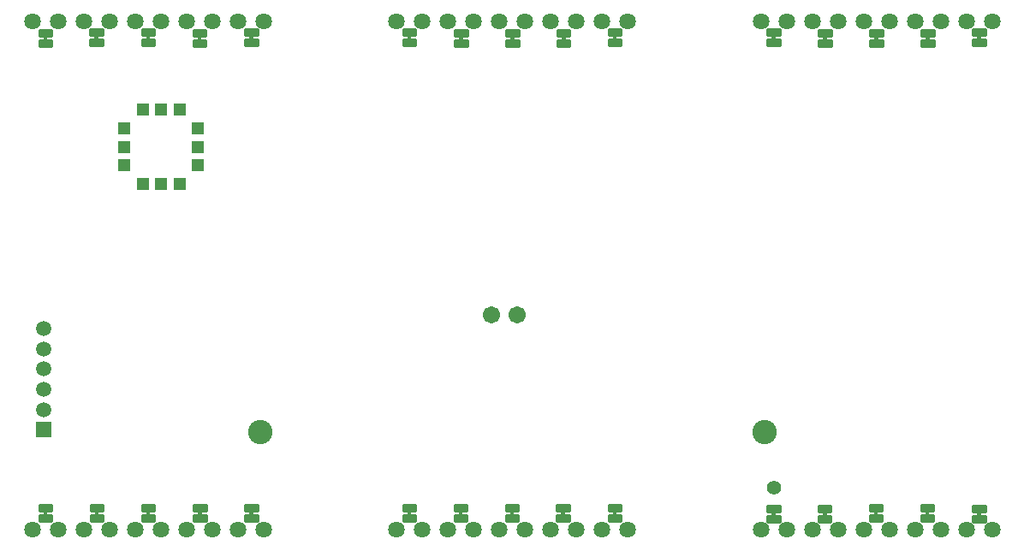
<source format=gbr>
G04 EAGLE Gerber RS-274X export*
G75*
%MOMM*%
%FSLAX34Y34*%
%LPD*%
%INSoldermask Bottom*%
%IPPOS*%
%AMOC8*
5,1,8,0,0,1.08239X$1,22.5*%
G01*
%ADD10C,2.408200*%
%ADD11C,1.393200*%
%ADD12C,1.511200*%
%ADD13R,1.511200X1.511200*%
%ADD14C,1.703200*%
%ADD15R,1.311200X1.311200*%
%ADD16C,1.629600*%
%ADD17C,0.251459*%

G36*
X141085Y507972D02*
X141085Y507972D01*
X141151Y507974D01*
X141194Y507992D01*
X141241Y508000D01*
X141298Y508034D01*
X141358Y508059D01*
X141393Y508090D01*
X141434Y508115D01*
X141476Y508166D01*
X141524Y508210D01*
X141546Y508252D01*
X141575Y508289D01*
X141596Y508351D01*
X141627Y508410D01*
X141635Y508464D01*
X141647Y508501D01*
X141646Y508541D01*
X141654Y508595D01*
X141654Y512405D01*
X141643Y512470D01*
X141641Y512536D01*
X141623Y512579D01*
X141615Y512626D01*
X141581Y512683D01*
X141556Y512743D01*
X141525Y512778D01*
X141500Y512819D01*
X141449Y512861D01*
X141405Y512909D01*
X141363Y512931D01*
X141326Y512960D01*
X141264Y512981D01*
X141205Y513012D01*
X141151Y513020D01*
X141114Y513032D01*
X141074Y513031D01*
X141020Y513039D01*
X138480Y513039D01*
X138415Y513028D01*
X138349Y513026D01*
X138306Y513008D01*
X138259Y513000D01*
X138202Y512966D01*
X138142Y512941D01*
X138107Y512910D01*
X138066Y512885D01*
X138025Y512834D01*
X137976Y512790D01*
X137954Y512748D01*
X137925Y512711D01*
X137904Y512649D01*
X137873Y512590D01*
X137865Y512536D01*
X137853Y512499D01*
X137853Y512495D01*
X137853Y512494D01*
X137854Y512459D01*
X137846Y512405D01*
X137846Y508595D01*
X137857Y508530D01*
X137859Y508464D01*
X137877Y508421D01*
X137885Y508374D01*
X137919Y508317D01*
X137944Y508257D01*
X137975Y508222D01*
X138000Y508181D01*
X138051Y508140D01*
X138095Y508091D01*
X138137Y508069D01*
X138174Y508040D01*
X138236Y508019D01*
X138295Y507988D01*
X138349Y507980D01*
X138386Y507968D01*
X138426Y507969D01*
X138480Y507961D01*
X141020Y507961D01*
X141085Y507972D01*
G37*
G36*
X243085Y507972D02*
X243085Y507972D01*
X243151Y507974D01*
X243194Y507992D01*
X243241Y508000D01*
X243298Y508034D01*
X243358Y508059D01*
X243393Y508090D01*
X243434Y508115D01*
X243476Y508166D01*
X243524Y508210D01*
X243546Y508252D01*
X243575Y508289D01*
X243596Y508351D01*
X243627Y508410D01*
X243635Y508464D01*
X243647Y508501D01*
X243646Y508541D01*
X243654Y508595D01*
X243654Y512405D01*
X243643Y512470D01*
X243641Y512536D01*
X243623Y512579D01*
X243615Y512626D01*
X243581Y512683D01*
X243556Y512743D01*
X243525Y512778D01*
X243500Y512819D01*
X243449Y512861D01*
X243405Y512909D01*
X243363Y512931D01*
X243326Y512960D01*
X243264Y512981D01*
X243205Y513012D01*
X243151Y513020D01*
X243114Y513032D01*
X243074Y513031D01*
X243020Y513039D01*
X240480Y513039D01*
X240415Y513028D01*
X240349Y513026D01*
X240306Y513008D01*
X240259Y513000D01*
X240202Y512966D01*
X240142Y512941D01*
X240107Y512910D01*
X240066Y512885D01*
X240025Y512834D01*
X239976Y512790D01*
X239954Y512748D01*
X239925Y512711D01*
X239904Y512649D01*
X239873Y512590D01*
X239865Y512536D01*
X239853Y512499D01*
X239853Y512495D01*
X239853Y512494D01*
X239854Y512459D01*
X239846Y512405D01*
X239846Y508595D01*
X239857Y508530D01*
X239859Y508464D01*
X239877Y508421D01*
X239885Y508374D01*
X239919Y508317D01*
X239944Y508257D01*
X239975Y508222D01*
X240000Y508181D01*
X240051Y508140D01*
X240095Y508091D01*
X240137Y508069D01*
X240174Y508040D01*
X240236Y508019D01*
X240295Y507988D01*
X240349Y507980D01*
X240386Y507968D01*
X240426Y507969D01*
X240480Y507961D01*
X243020Y507961D01*
X243085Y507972D01*
G37*
G36*
X602835Y507972D02*
X602835Y507972D01*
X602901Y507974D01*
X602944Y507992D01*
X602991Y508000D01*
X603048Y508034D01*
X603108Y508059D01*
X603143Y508090D01*
X603184Y508115D01*
X603226Y508166D01*
X603274Y508210D01*
X603296Y508252D01*
X603325Y508289D01*
X603346Y508351D01*
X603377Y508410D01*
X603385Y508464D01*
X603397Y508501D01*
X603396Y508541D01*
X603404Y508595D01*
X603404Y512405D01*
X603393Y512470D01*
X603391Y512536D01*
X603373Y512579D01*
X603365Y512626D01*
X603331Y512683D01*
X603306Y512743D01*
X603275Y512778D01*
X603250Y512819D01*
X603199Y512861D01*
X603155Y512909D01*
X603113Y512931D01*
X603076Y512960D01*
X603014Y512981D01*
X602955Y513012D01*
X602901Y513020D01*
X602864Y513032D01*
X602824Y513031D01*
X602770Y513039D01*
X600230Y513039D01*
X600165Y513028D01*
X600099Y513026D01*
X600056Y513008D01*
X600009Y513000D01*
X599952Y512966D01*
X599892Y512941D01*
X599857Y512910D01*
X599816Y512885D01*
X599775Y512834D01*
X599726Y512790D01*
X599704Y512748D01*
X599675Y512711D01*
X599654Y512649D01*
X599623Y512590D01*
X599615Y512536D01*
X599603Y512499D01*
X599603Y512495D01*
X599603Y512494D01*
X599604Y512459D01*
X599596Y512405D01*
X599596Y508595D01*
X599607Y508530D01*
X599609Y508464D01*
X599627Y508421D01*
X599635Y508374D01*
X599669Y508317D01*
X599694Y508257D01*
X599725Y508222D01*
X599750Y508181D01*
X599801Y508140D01*
X599845Y508091D01*
X599887Y508069D01*
X599924Y508040D01*
X599986Y508019D01*
X600045Y507988D01*
X600099Y507980D01*
X600136Y507968D01*
X600176Y507969D01*
X600230Y507961D01*
X602770Y507961D01*
X602835Y507972D01*
G37*
G36*
X90085Y507972D02*
X90085Y507972D01*
X90151Y507974D01*
X90194Y507992D01*
X90241Y508000D01*
X90298Y508034D01*
X90358Y508059D01*
X90393Y508090D01*
X90434Y508115D01*
X90476Y508166D01*
X90524Y508210D01*
X90546Y508252D01*
X90575Y508289D01*
X90596Y508351D01*
X90627Y508410D01*
X90635Y508464D01*
X90647Y508501D01*
X90646Y508541D01*
X90654Y508595D01*
X90654Y512405D01*
X90643Y512470D01*
X90641Y512536D01*
X90623Y512579D01*
X90615Y512626D01*
X90581Y512683D01*
X90556Y512743D01*
X90525Y512778D01*
X90500Y512819D01*
X90449Y512861D01*
X90405Y512909D01*
X90363Y512931D01*
X90326Y512960D01*
X90264Y512981D01*
X90205Y513012D01*
X90151Y513020D01*
X90114Y513032D01*
X90074Y513031D01*
X90020Y513039D01*
X87480Y513039D01*
X87415Y513028D01*
X87349Y513026D01*
X87306Y513008D01*
X87259Y513000D01*
X87202Y512966D01*
X87142Y512941D01*
X87107Y512910D01*
X87066Y512885D01*
X87025Y512834D01*
X86976Y512790D01*
X86954Y512748D01*
X86925Y512711D01*
X86904Y512649D01*
X86873Y512590D01*
X86865Y512536D01*
X86853Y512499D01*
X86853Y512495D01*
X86853Y512494D01*
X86854Y512459D01*
X86846Y512405D01*
X86846Y508595D01*
X86857Y508530D01*
X86859Y508464D01*
X86877Y508421D01*
X86885Y508374D01*
X86919Y508317D01*
X86944Y508257D01*
X86975Y508222D01*
X87000Y508181D01*
X87051Y508140D01*
X87095Y508091D01*
X87137Y508069D01*
X87174Y508040D01*
X87236Y508019D01*
X87295Y507988D01*
X87349Y507980D01*
X87386Y507968D01*
X87426Y507969D01*
X87480Y507961D01*
X90020Y507961D01*
X90085Y507972D01*
G37*
G36*
X399585Y507972D02*
X399585Y507972D01*
X399651Y507974D01*
X399694Y507992D01*
X399741Y508000D01*
X399798Y508034D01*
X399858Y508059D01*
X399893Y508090D01*
X399934Y508115D01*
X399976Y508166D01*
X400024Y508210D01*
X400046Y508252D01*
X400075Y508289D01*
X400096Y508351D01*
X400127Y508410D01*
X400135Y508464D01*
X400147Y508501D01*
X400146Y508541D01*
X400154Y508595D01*
X400154Y512405D01*
X400143Y512470D01*
X400141Y512536D01*
X400123Y512579D01*
X400115Y512626D01*
X400081Y512683D01*
X400056Y512743D01*
X400025Y512778D01*
X400000Y512819D01*
X399949Y512861D01*
X399905Y512909D01*
X399863Y512931D01*
X399826Y512960D01*
X399764Y512981D01*
X399705Y513012D01*
X399651Y513020D01*
X399614Y513032D01*
X399574Y513031D01*
X399520Y513039D01*
X396980Y513039D01*
X396915Y513028D01*
X396849Y513026D01*
X396806Y513008D01*
X396759Y513000D01*
X396702Y512966D01*
X396642Y512941D01*
X396607Y512910D01*
X396566Y512885D01*
X396525Y512834D01*
X396476Y512790D01*
X396454Y512748D01*
X396425Y512711D01*
X396404Y512649D01*
X396373Y512590D01*
X396365Y512536D01*
X396353Y512499D01*
X396353Y512495D01*
X396353Y512494D01*
X396354Y512459D01*
X396346Y512405D01*
X396346Y508595D01*
X396357Y508530D01*
X396359Y508464D01*
X396377Y508421D01*
X396385Y508374D01*
X396419Y508317D01*
X396444Y508257D01*
X396475Y508222D01*
X396500Y508181D01*
X396551Y508140D01*
X396595Y508091D01*
X396637Y508069D01*
X396674Y508040D01*
X396736Y508019D01*
X396795Y507988D01*
X396849Y507980D01*
X396886Y507968D01*
X396926Y507969D01*
X396980Y507961D01*
X399520Y507961D01*
X399585Y507972D01*
G37*
G36*
X963085Y507972D02*
X963085Y507972D01*
X963151Y507974D01*
X963194Y507992D01*
X963241Y508000D01*
X963298Y508034D01*
X963358Y508059D01*
X963393Y508090D01*
X963434Y508115D01*
X963476Y508166D01*
X963524Y508210D01*
X963546Y508252D01*
X963575Y508289D01*
X963596Y508351D01*
X963627Y508410D01*
X963635Y508464D01*
X963647Y508501D01*
X963646Y508541D01*
X963654Y508595D01*
X963654Y512405D01*
X963643Y512470D01*
X963641Y512536D01*
X963623Y512579D01*
X963615Y512626D01*
X963581Y512683D01*
X963556Y512743D01*
X963525Y512778D01*
X963500Y512819D01*
X963449Y512861D01*
X963405Y512909D01*
X963363Y512931D01*
X963326Y512960D01*
X963264Y512981D01*
X963205Y513012D01*
X963151Y513020D01*
X963114Y513032D01*
X963074Y513031D01*
X963020Y513039D01*
X960480Y513039D01*
X960415Y513028D01*
X960349Y513026D01*
X960306Y513008D01*
X960259Y513000D01*
X960202Y512966D01*
X960142Y512941D01*
X960107Y512910D01*
X960066Y512885D01*
X960025Y512834D01*
X959976Y512790D01*
X959954Y512748D01*
X959925Y512711D01*
X959904Y512649D01*
X959873Y512590D01*
X959865Y512536D01*
X959853Y512499D01*
X959853Y512495D01*
X959853Y512494D01*
X959854Y512459D01*
X959846Y512405D01*
X959846Y508595D01*
X959857Y508530D01*
X959859Y508464D01*
X959877Y508421D01*
X959885Y508374D01*
X959919Y508317D01*
X959944Y508257D01*
X959975Y508222D01*
X960000Y508181D01*
X960051Y508140D01*
X960095Y508091D01*
X960137Y508069D01*
X960174Y508040D01*
X960236Y508019D01*
X960295Y507988D01*
X960349Y507980D01*
X960386Y507968D01*
X960426Y507969D01*
X960480Y507961D01*
X963020Y507961D01*
X963085Y507972D01*
G37*
G36*
X759835Y507972D02*
X759835Y507972D01*
X759901Y507974D01*
X759944Y507992D01*
X759991Y508000D01*
X760048Y508034D01*
X760108Y508059D01*
X760143Y508090D01*
X760184Y508115D01*
X760226Y508166D01*
X760274Y508210D01*
X760296Y508252D01*
X760325Y508289D01*
X760346Y508351D01*
X760377Y508410D01*
X760385Y508464D01*
X760397Y508501D01*
X760396Y508541D01*
X760404Y508595D01*
X760404Y512405D01*
X760393Y512470D01*
X760391Y512536D01*
X760373Y512579D01*
X760365Y512626D01*
X760331Y512683D01*
X760306Y512743D01*
X760275Y512778D01*
X760250Y512819D01*
X760199Y512861D01*
X760155Y512909D01*
X760113Y512931D01*
X760076Y512960D01*
X760014Y512981D01*
X759955Y513012D01*
X759901Y513020D01*
X759864Y513032D01*
X759824Y513031D01*
X759770Y513039D01*
X757230Y513039D01*
X757165Y513028D01*
X757099Y513026D01*
X757056Y513008D01*
X757009Y513000D01*
X756952Y512966D01*
X756892Y512941D01*
X756857Y512910D01*
X756816Y512885D01*
X756775Y512834D01*
X756726Y512790D01*
X756704Y512748D01*
X756675Y512711D01*
X756654Y512649D01*
X756623Y512590D01*
X756615Y512536D01*
X756603Y512499D01*
X756603Y512495D01*
X756603Y512494D01*
X756604Y512459D01*
X756596Y512405D01*
X756596Y508595D01*
X756607Y508530D01*
X756609Y508464D01*
X756627Y508421D01*
X756635Y508374D01*
X756669Y508317D01*
X756694Y508257D01*
X756725Y508222D01*
X756750Y508181D01*
X756801Y508140D01*
X756845Y508091D01*
X756887Y508069D01*
X756924Y508040D01*
X756986Y508019D01*
X757045Y507988D01*
X757099Y507980D01*
X757136Y507968D01*
X757176Y507969D01*
X757230Y507961D01*
X759770Y507961D01*
X759835Y507972D01*
G37*
G36*
X912085Y507722D02*
X912085Y507722D01*
X912151Y507724D01*
X912194Y507742D01*
X912241Y507750D01*
X912298Y507784D01*
X912358Y507809D01*
X912393Y507840D01*
X912434Y507865D01*
X912476Y507916D01*
X912524Y507960D01*
X912546Y508002D01*
X912575Y508039D01*
X912596Y508101D01*
X912627Y508160D01*
X912635Y508214D01*
X912647Y508251D01*
X912646Y508291D01*
X912654Y508345D01*
X912654Y512155D01*
X912643Y512220D01*
X912641Y512286D01*
X912623Y512329D01*
X912615Y512376D01*
X912581Y512433D01*
X912556Y512493D01*
X912525Y512528D01*
X912500Y512569D01*
X912449Y512611D01*
X912405Y512659D01*
X912363Y512681D01*
X912326Y512710D01*
X912264Y512731D01*
X912205Y512762D01*
X912151Y512770D01*
X912114Y512782D01*
X912074Y512781D01*
X912020Y512789D01*
X909480Y512789D01*
X909415Y512778D01*
X909349Y512776D01*
X909306Y512758D01*
X909259Y512750D01*
X909202Y512716D01*
X909142Y512691D01*
X909107Y512660D01*
X909066Y512635D01*
X909025Y512584D01*
X908976Y512540D01*
X908954Y512498D01*
X908925Y512461D01*
X908904Y512399D01*
X908873Y512340D01*
X908865Y512286D01*
X908853Y512249D01*
X908853Y512245D01*
X908853Y512244D01*
X908854Y512209D01*
X908846Y512155D01*
X908846Y508345D01*
X908857Y508280D01*
X908859Y508214D01*
X908877Y508171D01*
X908885Y508124D01*
X908919Y508067D01*
X908944Y508007D01*
X908975Y507972D01*
X909000Y507931D01*
X909051Y507890D01*
X909095Y507841D01*
X909137Y507819D01*
X909174Y507790D01*
X909236Y507769D01*
X909295Y507738D01*
X909349Y507730D01*
X909386Y507718D01*
X909426Y507719D01*
X909480Y507711D01*
X912020Y507711D01*
X912085Y507722D01*
G37*
G36*
X192085Y507722D02*
X192085Y507722D01*
X192151Y507724D01*
X192194Y507742D01*
X192241Y507750D01*
X192298Y507784D01*
X192358Y507809D01*
X192393Y507840D01*
X192434Y507865D01*
X192476Y507916D01*
X192524Y507960D01*
X192546Y508002D01*
X192575Y508039D01*
X192596Y508101D01*
X192627Y508160D01*
X192635Y508214D01*
X192647Y508251D01*
X192646Y508291D01*
X192654Y508345D01*
X192654Y512155D01*
X192643Y512220D01*
X192641Y512286D01*
X192623Y512329D01*
X192615Y512376D01*
X192581Y512433D01*
X192556Y512493D01*
X192525Y512528D01*
X192500Y512569D01*
X192449Y512611D01*
X192405Y512659D01*
X192363Y512681D01*
X192326Y512710D01*
X192264Y512731D01*
X192205Y512762D01*
X192151Y512770D01*
X192114Y512782D01*
X192074Y512781D01*
X192020Y512789D01*
X189480Y512789D01*
X189415Y512778D01*
X189349Y512776D01*
X189306Y512758D01*
X189259Y512750D01*
X189202Y512716D01*
X189142Y512691D01*
X189107Y512660D01*
X189066Y512635D01*
X189025Y512584D01*
X188976Y512540D01*
X188954Y512498D01*
X188925Y512461D01*
X188904Y512399D01*
X188873Y512340D01*
X188865Y512286D01*
X188853Y512249D01*
X188853Y512245D01*
X188853Y512244D01*
X188854Y512209D01*
X188846Y512155D01*
X188846Y508345D01*
X188857Y508280D01*
X188859Y508214D01*
X188877Y508171D01*
X188885Y508124D01*
X188919Y508067D01*
X188944Y508007D01*
X188975Y507972D01*
X189000Y507931D01*
X189051Y507890D01*
X189095Y507841D01*
X189137Y507819D01*
X189174Y507790D01*
X189236Y507769D01*
X189295Y507738D01*
X189349Y507730D01*
X189386Y507718D01*
X189426Y507719D01*
X189480Y507711D01*
X192020Y507711D01*
X192085Y507722D01*
G37*
G36*
X39585Y507722D02*
X39585Y507722D01*
X39651Y507724D01*
X39694Y507742D01*
X39741Y507750D01*
X39798Y507784D01*
X39858Y507809D01*
X39893Y507840D01*
X39934Y507865D01*
X39976Y507916D01*
X40024Y507960D01*
X40046Y508002D01*
X40075Y508039D01*
X40096Y508101D01*
X40127Y508160D01*
X40135Y508214D01*
X40147Y508251D01*
X40146Y508291D01*
X40154Y508345D01*
X40154Y512155D01*
X40143Y512220D01*
X40141Y512286D01*
X40123Y512329D01*
X40115Y512376D01*
X40081Y512433D01*
X40056Y512493D01*
X40025Y512528D01*
X40000Y512569D01*
X39949Y512611D01*
X39905Y512659D01*
X39863Y512681D01*
X39826Y512710D01*
X39764Y512731D01*
X39705Y512762D01*
X39651Y512770D01*
X39614Y512782D01*
X39574Y512781D01*
X39520Y512789D01*
X36980Y512789D01*
X36915Y512778D01*
X36849Y512776D01*
X36806Y512758D01*
X36759Y512750D01*
X36702Y512716D01*
X36642Y512691D01*
X36607Y512660D01*
X36566Y512635D01*
X36525Y512584D01*
X36476Y512540D01*
X36454Y512498D01*
X36425Y512461D01*
X36404Y512399D01*
X36373Y512340D01*
X36365Y512286D01*
X36353Y512249D01*
X36353Y512245D01*
X36353Y512244D01*
X36354Y512209D01*
X36346Y512155D01*
X36346Y508345D01*
X36357Y508280D01*
X36359Y508214D01*
X36377Y508171D01*
X36385Y508124D01*
X36419Y508067D01*
X36444Y508007D01*
X36475Y507972D01*
X36500Y507931D01*
X36551Y507890D01*
X36595Y507841D01*
X36637Y507819D01*
X36674Y507790D01*
X36736Y507769D01*
X36795Y507738D01*
X36849Y507730D01*
X36886Y507718D01*
X36926Y507719D01*
X36980Y507711D01*
X39520Y507711D01*
X39585Y507722D01*
G37*
G36*
X861335Y507722D02*
X861335Y507722D01*
X861401Y507724D01*
X861444Y507742D01*
X861491Y507750D01*
X861548Y507784D01*
X861608Y507809D01*
X861643Y507840D01*
X861684Y507865D01*
X861726Y507916D01*
X861774Y507960D01*
X861796Y508002D01*
X861825Y508039D01*
X861846Y508101D01*
X861877Y508160D01*
X861885Y508214D01*
X861897Y508251D01*
X861896Y508291D01*
X861904Y508345D01*
X861904Y512155D01*
X861893Y512220D01*
X861891Y512286D01*
X861873Y512329D01*
X861865Y512376D01*
X861831Y512433D01*
X861806Y512493D01*
X861775Y512528D01*
X861750Y512569D01*
X861699Y512611D01*
X861655Y512659D01*
X861613Y512681D01*
X861576Y512710D01*
X861514Y512731D01*
X861455Y512762D01*
X861401Y512770D01*
X861364Y512782D01*
X861324Y512781D01*
X861270Y512789D01*
X858730Y512789D01*
X858665Y512778D01*
X858599Y512776D01*
X858556Y512758D01*
X858509Y512750D01*
X858452Y512716D01*
X858392Y512691D01*
X858357Y512660D01*
X858316Y512635D01*
X858275Y512584D01*
X858226Y512540D01*
X858204Y512498D01*
X858175Y512461D01*
X858154Y512399D01*
X858123Y512340D01*
X858115Y512286D01*
X858103Y512249D01*
X858103Y512245D01*
X858103Y512244D01*
X858104Y512209D01*
X858096Y512155D01*
X858096Y508345D01*
X858107Y508280D01*
X858109Y508214D01*
X858127Y508171D01*
X858135Y508124D01*
X858169Y508067D01*
X858194Y508007D01*
X858225Y507972D01*
X858250Y507931D01*
X858301Y507890D01*
X858345Y507841D01*
X858387Y507819D01*
X858424Y507790D01*
X858486Y507769D01*
X858545Y507738D01*
X858599Y507730D01*
X858636Y507718D01*
X858676Y507719D01*
X858730Y507711D01*
X861270Y507711D01*
X861335Y507722D01*
G37*
G36*
X552085Y507722D02*
X552085Y507722D01*
X552151Y507724D01*
X552194Y507742D01*
X552241Y507750D01*
X552298Y507784D01*
X552358Y507809D01*
X552393Y507840D01*
X552434Y507865D01*
X552476Y507916D01*
X552524Y507960D01*
X552546Y508002D01*
X552575Y508039D01*
X552596Y508101D01*
X552627Y508160D01*
X552635Y508214D01*
X552647Y508251D01*
X552646Y508291D01*
X552654Y508345D01*
X552654Y512155D01*
X552643Y512220D01*
X552641Y512286D01*
X552623Y512329D01*
X552615Y512376D01*
X552581Y512433D01*
X552556Y512493D01*
X552525Y512528D01*
X552500Y512569D01*
X552449Y512611D01*
X552405Y512659D01*
X552363Y512681D01*
X552326Y512710D01*
X552264Y512731D01*
X552205Y512762D01*
X552151Y512770D01*
X552114Y512782D01*
X552074Y512781D01*
X552020Y512789D01*
X549480Y512789D01*
X549415Y512778D01*
X549349Y512776D01*
X549306Y512758D01*
X549259Y512750D01*
X549202Y512716D01*
X549142Y512691D01*
X549107Y512660D01*
X549066Y512635D01*
X549025Y512584D01*
X548976Y512540D01*
X548954Y512498D01*
X548925Y512461D01*
X548904Y512399D01*
X548873Y512340D01*
X548865Y512286D01*
X548853Y512249D01*
X548853Y512245D01*
X548853Y512244D01*
X548854Y512209D01*
X548846Y512155D01*
X548846Y508345D01*
X548857Y508280D01*
X548859Y508214D01*
X548877Y508171D01*
X548885Y508124D01*
X548919Y508067D01*
X548944Y508007D01*
X548975Y507972D01*
X549000Y507931D01*
X549051Y507890D01*
X549095Y507841D01*
X549137Y507819D01*
X549174Y507790D01*
X549236Y507769D01*
X549295Y507738D01*
X549349Y507730D01*
X549386Y507718D01*
X549426Y507719D01*
X549480Y507711D01*
X552020Y507711D01*
X552085Y507722D01*
G37*
G36*
X810585Y507722D02*
X810585Y507722D01*
X810651Y507724D01*
X810694Y507742D01*
X810741Y507750D01*
X810798Y507784D01*
X810858Y507809D01*
X810893Y507840D01*
X810934Y507865D01*
X810976Y507916D01*
X811024Y507960D01*
X811046Y508002D01*
X811075Y508039D01*
X811096Y508101D01*
X811127Y508160D01*
X811135Y508214D01*
X811147Y508251D01*
X811146Y508291D01*
X811154Y508345D01*
X811154Y512155D01*
X811143Y512220D01*
X811141Y512286D01*
X811123Y512329D01*
X811115Y512376D01*
X811081Y512433D01*
X811056Y512493D01*
X811025Y512528D01*
X811000Y512569D01*
X810949Y512611D01*
X810905Y512659D01*
X810863Y512681D01*
X810826Y512710D01*
X810764Y512731D01*
X810705Y512762D01*
X810651Y512770D01*
X810614Y512782D01*
X810574Y512781D01*
X810520Y512789D01*
X807980Y512789D01*
X807915Y512778D01*
X807849Y512776D01*
X807806Y512758D01*
X807759Y512750D01*
X807702Y512716D01*
X807642Y512691D01*
X807607Y512660D01*
X807566Y512635D01*
X807525Y512584D01*
X807476Y512540D01*
X807454Y512498D01*
X807425Y512461D01*
X807404Y512399D01*
X807373Y512340D01*
X807365Y512286D01*
X807353Y512249D01*
X807353Y512245D01*
X807353Y512244D01*
X807354Y512209D01*
X807346Y512155D01*
X807346Y508345D01*
X807357Y508280D01*
X807359Y508214D01*
X807377Y508171D01*
X807385Y508124D01*
X807419Y508067D01*
X807444Y508007D01*
X807475Y507972D01*
X807500Y507931D01*
X807551Y507890D01*
X807595Y507841D01*
X807637Y507819D01*
X807674Y507790D01*
X807736Y507769D01*
X807795Y507738D01*
X807849Y507730D01*
X807886Y507718D01*
X807926Y507719D01*
X807980Y507711D01*
X810520Y507711D01*
X810585Y507722D01*
G37*
G36*
X450585Y507722D02*
X450585Y507722D01*
X450651Y507724D01*
X450694Y507742D01*
X450741Y507750D01*
X450798Y507784D01*
X450858Y507809D01*
X450893Y507840D01*
X450934Y507865D01*
X450976Y507916D01*
X451024Y507960D01*
X451046Y508002D01*
X451075Y508039D01*
X451096Y508101D01*
X451127Y508160D01*
X451135Y508214D01*
X451147Y508251D01*
X451146Y508291D01*
X451154Y508345D01*
X451154Y512155D01*
X451143Y512220D01*
X451141Y512286D01*
X451123Y512329D01*
X451115Y512376D01*
X451081Y512433D01*
X451056Y512493D01*
X451025Y512528D01*
X451000Y512569D01*
X450949Y512611D01*
X450905Y512659D01*
X450863Y512681D01*
X450826Y512710D01*
X450764Y512731D01*
X450705Y512762D01*
X450651Y512770D01*
X450614Y512782D01*
X450574Y512781D01*
X450520Y512789D01*
X447980Y512789D01*
X447915Y512778D01*
X447849Y512776D01*
X447806Y512758D01*
X447759Y512750D01*
X447702Y512716D01*
X447642Y512691D01*
X447607Y512660D01*
X447566Y512635D01*
X447525Y512584D01*
X447476Y512540D01*
X447454Y512498D01*
X447425Y512461D01*
X447404Y512399D01*
X447373Y512340D01*
X447365Y512286D01*
X447353Y512249D01*
X447353Y512245D01*
X447353Y512244D01*
X447354Y512209D01*
X447346Y512155D01*
X447346Y508345D01*
X447357Y508280D01*
X447359Y508214D01*
X447377Y508171D01*
X447385Y508124D01*
X447419Y508067D01*
X447444Y508007D01*
X447475Y507972D01*
X447500Y507931D01*
X447551Y507890D01*
X447595Y507841D01*
X447637Y507819D01*
X447674Y507790D01*
X447736Y507769D01*
X447795Y507738D01*
X447849Y507730D01*
X447886Y507718D01*
X447926Y507719D01*
X447980Y507711D01*
X450520Y507711D01*
X450585Y507722D01*
G37*
G36*
X501335Y507472D02*
X501335Y507472D01*
X501401Y507474D01*
X501444Y507492D01*
X501491Y507500D01*
X501548Y507534D01*
X501608Y507559D01*
X501643Y507590D01*
X501684Y507615D01*
X501726Y507666D01*
X501774Y507710D01*
X501796Y507752D01*
X501825Y507789D01*
X501846Y507851D01*
X501877Y507910D01*
X501885Y507964D01*
X501897Y508001D01*
X501896Y508041D01*
X501904Y508095D01*
X501904Y511905D01*
X501893Y511970D01*
X501891Y512036D01*
X501873Y512079D01*
X501865Y512126D01*
X501831Y512183D01*
X501806Y512243D01*
X501775Y512278D01*
X501750Y512319D01*
X501699Y512361D01*
X501655Y512409D01*
X501613Y512431D01*
X501576Y512460D01*
X501514Y512481D01*
X501455Y512512D01*
X501401Y512520D01*
X501364Y512532D01*
X501324Y512531D01*
X501270Y512539D01*
X498730Y512539D01*
X498665Y512528D01*
X498599Y512526D01*
X498556Y512508D01*
X498509Y512500D01*
X498452Y512466D01*
X498392Y512441D01*
X498357Y512410D01*
X498316Y512385D01*
X498275Y512334D01*
X498226Y512290D01*
X498204Y512248D01*
X498175Y512211D01*
X498154Y512149D01*
X498123Y512090D01*
X498115Y512036D01*
X498103Y511999D01*
X498103Y511995D01*
X498103Y511994D01*
X498104Y511959D01*
X498096Y511905D01*
X498096Y508095D01*
X498107Y508030D01*
X498109Y507964D01*
X498127Y507921D01*
X498135Y507874D01*
X498169Y507817D01*
X498194Y507757D01*
X498225Y507722D01*
X498250Y507681D01*
X498301Y507640D01*
X498345Y507591D01*
X498387Y507569D01*
X498424Y507540D01*
X498486Y507519D01*
X498545Y507488D01*
X498599Y507480D01*
X498636Y507468D01*
X498676Y507469D01*
X498730Y507461D01*
X501270Y507461D01*
X501335Y507472D01*
G37*
G36*
X90335Y37722D02*
X90335Y37722D01*
X90401Y37724D01*
X90444Y37742D01*
X90491Y37750D01*
X90548Y37784D01*
X90608Y37809D01*
X90643Y37840D01*
X90684Y37865D01*
X90726Y37916D01*
X90774Y37960D01*
X90796Y38002D01*
X90825Y38039D01*
X90846Y38101D01*
X90877Y38160D01*
X90885Y38214D01*
X90897Y38251D01*
X90896Y38291D01*
X90904Y38345D01*
X90904Y42155D01*
X90893Y42220D01*
X90891Y42286D01*
X90873Y42329D01*
X90865Y42376D01*
X90831Y42433D01*
X90806Y42493D01*
X90775Y42528D01*
X90750Y42569D01*
X90699Y42611D01*
X90655Y42659D01*
X90613Y42681D01*
X90576Y42710D01*
X90514Y42731D01*
X90455Y42762D01*
X90401Y42770D01*
X90364Y42782D01*
X90324Y42781D01*
X90270Y42789D01*
X87730Y42789D01*
X87665Y42778D01*
X87599Y42776D01*
X87556Y42758D01*
X87509Y42750D01*
X87452Y42716D01*
X87392Y42691D01*
X87357Y42660D01*
X87316Y42635D01*
X87275Y42584D01*
X87226Y42540D01*
X87204Y42498D01*
X87175Y42461D01*
X87154Y42399D01*
X87123Y42340D01*
X87115Y42286D01*
X87103Y42249D01*
X87103Y42245D01*
X87103Y42244D01*
X87104Y42209D01*
X87096Y42155D01*
X87096Y38345D01*
X87107Y38280D01*
X87109Y38214D01*
X87127Y38171D01*
X87135Y38124D01*
X87169Y38067D01*
X87194Y38007D01*
X87225Y37972D01*
X87250Y37931D01*
X87301Y37890D01*
X87345Y37841D01*
X87387Y37819D01*
X87424Y37790D01*
X87486Y37769D01*
X87545Y37738D01*
X87599Y37730D01*
X87636Y37718D01*
X87676Y37719D01*
X87730Y37711D01*
X90270Y37711D01*
X90335Y37722D01*
G37*
G36*
X602835Y37472D02*
X602835Y37472D01*
X602901Y37474D01*
X602944Y37492D01*
X602991Y37500D01*
X603048Y37534D01*
X603108Y37559D01*
X603143Y37590D01*
X603184Y37615D01*
X603226Y37666D01*
X603274Y37710D01*
X603296Y37752D01*
X603325Y37789D01*
X603346Y37851D01*
X603377Y37910D01*
X603385Y37964D01*
X603397Y38001D01*
X603396Y38041D01*
X603404Y38095D01*
X603404Y41905D01*
X603393Y41970D01*
X603391Y42036D01*
X603373Y42079D01*
X603365Y42126D01*
X603331Y42183D01*
X603306Y42243D01*
X603275Y42278D01*
X603250Y42319D01*
X603199Y42361D01*
X603155Y42409D01*
X603113Y42431D01*
X603076Y42460D01*
X603014Y42481D01*
X602955Y42512D01*
X602901Y42520D01*
X602864Y42532D01*
X602824Y42531D01*
X602770Y42539D01*
X600230Y42539D01*
X600165Y42528D01*
X600099Y42526D01*
X600056Y42508D01*
X600009Y42500D01*
X599952Y42466D01*
X599892Y42441D01*
X599857Y42410D01*
X599816Y42385D01*
X599775Y42334D01*
X599726Y42290D01*
X599704Y42248D01*
X599675Y42211D01*
X599654Y42149D01*
X599623Y42090D01*
X599615Y42036D01*
X599603Y41999D01*
X599603Y41995D01*
X599603Y41994D01*
X599604Y41959D01*
X599596Y41905D01*
X599596Y38095D01*
X599607Y38030D01*
X599609Y37964D01*
X599627Y37921D01*
X599635Y37874D01*
X599669Y37817D01*
X599694Y37757D01*
X599725Y37722D01*
X599750Y37681D01*
X599801Y37640D01*
X599845Y37591D01*
X599887Y37569D01*
X599924Y37540D01*
X599986Y37519D01*
X600045Y37488D01*
X600099Y37480D01*
X600136Y37468D01*
X600176Y37469D01*
X600230Y37461D01*
X602770Y37461D01*
X602835Y37472D01*
G37*
G36*
X243085Y37472D02*
X243085Y37472D01*
X243151Y37474D01*
X243194Y37492D01*
X243241Y37500D01*
X243298Y37534D01*
X243358Y37559D01*
X243393Y37590D01*
X243434Y37615D01*
X243476Y37666D01*
X243524Y37710D01*
X243546Y37752D01*
X243575Y37789D01*
X243596Y37851D01*
X243627Y37910D01*
X243635Y37964D01*
X243647Y38001D01*
X243646Y38041D01*
X243654Y38095D01*
X243654Y41905D01*
X243643Y41970D01*
X243641Y42036D01*
X243623Y42079D01*
X243615Y42126D01*
X243581Y42183D01*
X243556Y42243D01*
X243525Y42278D01*
X243500Y42319D01*
X243449Y42361D01*
X243405Y42409D01*
X243363Y42431D01*
X243326Y42460D01*
X243264Y42481D01*
X243205Y42512D01*
X243151Y42520D01*
X243114Y42532D01*
X243074Y42531D01*
X243020Y42539D01*
X240480Y42539D01*
X240415Y42528D01*
X240349Y42526D01*
X240306Y42508D01*
X240259Y42500D01*
X240202Y42466D01*
X240142Y42441D01*
X240107Y42410D01*
X240066Y42385D01*
X240025Y42334D01*
X239976Y42290D01*
X239954Y42248D01*
X239925Y42211D01*
X239904Y42149D01*
X239873Y42090D01*
X239865Y42036D01*
X239853Y41999D01*
X239853Y41995D01*
X239853Y41994D01*
X239854Y41959D01*
X239846Y41905D01*
X239846Y38095D01*
X239857Y38030D01*
X239859Y37964D01*
X239877Y37921D01*
X239885Y37874D01*
X239919Y37817D01*
X239944Y37757D01*
X239975Y37722D01*
X240000Y37681D01*
X240051Y37640D01*
X240095Y37591D01*
X240137Y37569D01*
X240174Y37540D01*
X240236Y37519D01*
X240295Y37488D01*
X240349Y37480D01*
X240386Y37468D01*
X240426Y37469D01*
X240480Y37461D01*
X243020Y37461D01*
X243085Y37472D01*
G37*
G36*
X551335Y37472D02*
X551335Y37472D01*
X551401Y37474D01*
X551444Y37492D01*
X551491Y37500D01*
X551548Y37534D01*
X551608Y37559D01*
X551643Y37590D01*
X551684Y37615D01*
X551726Y37666D01*
X551774Y37710D01*
X551796Y37752D01*
X551825Y37789D01*
X551846Y37851D01*
X551877Y37910D01*
X551885Y37964D01*
X551897Y38001D01*
X551896Y38041D01*
X551904Y38095D01*
X551904Y41905D01*
X551893Y41970D01*
X551891Y42036D01*
X551873Y42079D01*
X551865Y42126D01*
X551831Y42183D01*
X551806Y42243D01*
X551775Y42278D01*
X551750Y42319D01*
X551699Y42361D01*
X551655Y42409D01*
X551613Y42431D01*
X551576Y42460D01*
X551514Y42481D01*
X551455Y42512D01*
X551401Y42520D01*
X551364Y42532D01*
X551324Y42531D01*
X551270Y42539D01*
X548730Y42539D01*
X548665Y42528D01*
X548599Y42526D01*
X548556Y42508D01*
X548509Y42500D01*
X548452Y42466D01*
X548392Y42441D01*
X548357Y42410D01*
X548316Y42385D01*
X548275Y42334D01*
X548226Y42290D01*
X548204Y42248D01*
X548175Y42211D01*
X548154Y42149D01*
X548123Y42090D01*
X548115Y42036D01*
X548103Y41999D01*
X548103Y41995D01*
X548103Y41994D01*
X548104Y41959D01*
X548096Y41905D01*
X548096Y38095D01*
X548107Y38030D01*
X548109Y37964D01*
X548127Y37921D01*
X548135Y37874D01*
X548169Y37817D01*
X548194Y37757D01*
X548225Y37722D01*
X548250Y37681D01*
X548301Y37640D01*
X548345Y37591D01*
X548387Y37569D01*
X548424Y37540D01*
X548486Y37519D01*
X548545Y37488D01*
X548599Y37480D01*
X548636Y37468D01*
X548676Y37469D01*
X548730Y37461D01*
X551270Y37461D01*
X551335Y37472D01*
G37*
G36*
X399585Y37472D02*
X399585Y37472D01*
X399651Y37474D01*
X399694Y37492D01*
X399741Y37500D01*
X399798Y37534D01*
X399858Y37559D01*
X399893Y37590D01*
X399934Y37615D01*
X399976Y37666D01*
X400024Y37710D01*
X400046Y37752D01*
X400075Y37789D01*
X400096Y37851D01*
X400127Y37910D01*
X400135Y37964D01*
X400147Y38001D01*
X400146Y38041D01*
X400154Y38095D01*
X400154Y41905D01*
X400143Y41970D01*
X400141Y42036D01*
X400123Y42079D01*
X400115Y42126D01*
X400081Y42183D01*
X400056Y42243D01*
X400025Y42278D01*
X400000Y42319D01*
X399949Y42361D01*
X399905Y42409D01*
X399863Y42431D01*
X399826Y42460D01*
X399764Y42481D01*
X399705Y42512D01*
X399651Y42520D01*
X399614Y42532D01*
X399574Y42531D01*
X399520Y42539D01*
X396980Y42539D01*
X396915Y42528D01*
X396849Y42526D01*
X396806Y42508D01*
X396759Y42500D01*
X396702Y42466D01*
X396642Y42441D01*
X396607Y42410D01*
X396566Y42385D01*
X396525Y42334D01*
X396476Y42290D01*
X396454Y42248D01*
X396425Y42211D01*
X396404Y42149D01*
X396373Y42090D01*
X396365Y42036D01*
X396353Y41999D01*
X396353Y41995D01*
X396353Y41994D01*
X396354Y41959D01*
X396346Y41905D01*
X396346Y38095D01*
X396357Y38030D01*
X396359Y37964D01*
X396377Y37921D01*
X396385Y37874D01*
X396419Y37817D01*
X396444Y37757D01*
X396475Y37722D01*
X396500Y37681D01*
X396551Y37640D01*
X396595Y37591D01*
X396637Y37569D01*
X396674Y37540D01*
X396736Y37519D01*
X396795Y37488D01*
X396849Y37480D01*
X396886Y37468D01*
X396926Y37469D01*
X396980Y37461D01*
X399520Y37461D01*
X399585Y37472D01*
G37*
G36*
X501085Y37472D02*
X501085Y37472D01*
X501151Y37474D01*
X501194Y37492D01*
X501241Y37500D01*
X501298Y37534D01*
X501358Y37559D01*
X501393Y37590D01*
X501434Y37615D01*
X501476Y37666D01*
X501524Y37710D01*
X501546Y37752D01*
X501575Y37789D01*
X501596Y37851D01*
X501627Y37910D01*
X501635Y37964D01*
X501647Y38001D01*
X501646Y38041D01*
X501654Y38095D01*
X501654Y41905D01*
X501643Y41970D01*
X501641Y42036D01*
X501623Y42079D01*
X501615Y42126D01*
X501581Y42183D01*
X501556Y42243D01*
X501525Y42278D01*
X501500Y42319D01*
X501449Y42361D01*
X501405Y42409D01*
X501363Y42431D01*
X501326Y42460D01*
X501264Y42481D01*
X501205Y42512D01*
X501151Y42520D01*
X501114Y42532D01*
X501074Y42531D01*
X501020Y42539D01*
X498480Y42539D01*
X498415Y42528D01*
X498349Y42526D01*
X498306Y42508D01*
X498259Y42500D01*
X498202Y42466D01*
X498142Y42441D01*
X498107Y42410D01*
X498066Y42385D01*
X498025Y42334D01*
X497976Y42290D01*
X497954Y42248D01*
X497925Y42211D01*
X497904Y42149D01*
X497873Y42090D01*
X497865Y42036D01*
X497853Y41999D01*
X497853Y41995D01*
X497853Y41994D01*
X497854Y41959D01*
X497846Y41905D01*
X497846Y38095D01*
X497857Y38030D01*
X497859Y37964D01*
X497877Y37921D01*
X497885Y37874D01*
X497919Y37817D01*
X497944Y37757D01*
X497975Y37722D01*
X498000Y37681D01*
X498051Y37640D01*
X498095Y37591D01*
X498137Y37569D01*
X498174Y37540D01*
X498236Y37519D01*
X498295Y37488D01*
X498349Y37480D01*
X498386Y37468D01*
X498426Y37469D01*
X498480Y37461D01*
X501020Y37461D01*
X501085Y37472D01*
G37*
G36*
X39585Y37222D02*
X39585Y37222D01*
X39651Y37224D01*
X39694Y37242D01*
X39741Y37250D01*
X39798Y37284D01*
X39858Y37309D01*
X39893Y37340D01*
X39934Y37365D01*
X39976Y37416D01*
X40024Y37460D01*
X40046Y37502D01*
X40075Y37539D01*
X40096Y37601D01*
X40127Y37660D01*
X40135Y37714D01*
X40147Y37751D01*
X40146Y37791D01*
X40154Y37845D01*
X40154Y41655D01*
X40143Y41720D01*
X40141Y41786D01*
X40123Y41829D01*
X40115Y41876D01*
X40081Y41933D01*
X40056Y41993D01*
X40025Y42028D01*
X40000Y42069D01*
X39949Y42111D01*
X39905Y42159D01*
X39863Y42181D01*
X39826Y42210D01*
X39764Y42231D01*
X39705Y42262D01*
X39651Y42270D01*
X39614Y42282D01*
X39574Y42281D01*
X39520Y42289D01*
X36980Y42289D01*
X36915Y42278D01*
X36849Y42276D01*
X36806Y42258D01*
X36759Y42250D01*
X36702Y42216D01*
X36642Y42191D01*
X36607Y42160D01*
X36566Y42135D01*
X36525Y42084D01*
X36476Y42040D01*
X36454Y41998D01*
X36425Y41961D01*
X36404Y41899D01*
X36373Y41840D01*
X36365Y41786D01*
X36353Y41749D01*
X36353Y41745D01*
X36353Y41744D01*
X36354Y41709D01*
X36346Y41655D01*
X36346Y37845D01*
X36357Y37780D01*
X36359Y37714D01*
X36377Y37671D01*
X36385Y37624D01*
X36419Y37567D01*
X36444Y37507D01*
X36475Y37472D01*
X36500Y37431D01*
X36551Y37390D01*
X36595Y37341D01*
X36637Y37319D01*
X36674Y37290D01*
X36736Y37269D01*
X36795Y37238D01*
X36849Y37230D01*
X36886Y37218D01*
X36926Y37219D01*
X36980Y37211D01*
X39520Y37211D01*
X39585Y37222D01*
G37*
G36*
X861085Y37222D02*
X861085Y37222D01*
X861151Y37224D01*
X861194Y37242D01*
X861241Y37250D01*
X861298Y37284D01*
X861358Y37309D01*
X861393Y37340D01*
X861434Y37365D01*
X861476Y37416D01*
X861524Y37460D01*
X861546Y37502D01*
X861575Y37539D01*
X861596Y37601D01*
X861627Y37660D01*
X861635Y37714D01*
X861647Y37751D01*
X861646Y37791D01*
X861654Y37845D01*
X861654Y41655D01*
X861643Y41720D01*
X861641Y41786D01*
X861623Y41829D01*
X861615Y41876D01*
X861581Y41933D01*
X861556Y41993D01*
X861525Y42028D01*
X861500Y42069D01*
X861449Y42111D01*
X861405Y42159D01*
X861363Y42181D01*
X861326Y42210D01*
X861264Y42231D01*
X861205Y42262D01*
X861151Y42270D01*
X861114Y42282D01*
X861074Y42281D01*
X861020Y42289D01*
X858480Y42289D01*
X858415Y42278D01*
X858349Y42276D01*
X858306Y42258D01*
X858259Y42250D01*
X858202Y42216D01*
X858142Y42191D01*
X858107Y42160D01*
X858066Y42135D01*
X858025Y42084D01*
X857976Y42040D01*
X857954Y41998D01*
X857925Y41961D01*
X857904Y41899D01*
X857873Y41840D01*
X857865Y41786D01*
X857853Y41749D01*
X857853Y41745D01*
X857853Y41744D01*
X857854Y41709D01*
X857846Y41655D01*
X857846Y37845D01*
X857857Y37780D01*
X857859Y37714D01*
X857877Y37671D01*
X857885Y37624D01*
X857919Y37567D01*
X857944Y37507D01*
X857975Y37472D01*
X858000Y37431D01*
X858051Y37390D01*
X858095Y37341D01*
X858137Y37319D01*
X858174Y37290D01*
X858236Y37269D01*
X858295Y37238D01*
X858349Y37230D01*
X858386Y37218D01*
X858426Y37219D01*
X858480Y37211D01*
X861020Y37211D01*
X861085Y37222D01*
G37*
G36*
X141335Y37222D02*
X141335Y37222D01*
X141401Y37224D01*
X141444Y37242D01*
X141491Y37250D01*
X141548Y37284D01*
X141608Y37309D01*
X141643Y37340D01*
X141684Y37365D01*
X141726Y37416D01*
X141774Y37460D01*
X141796Y37502D01*
X141825Y37539D01*
X141846Y37601D01*
X141877Y37660D01*
X141885Y37714D01*
X141897Y37751D01*
X141896Y37791D01*
X141904Y37845D01*
X141904Y41655D01*
X141893Y41720D01*
X141891Y41786D01*
X141873Y41829D01*
X141865Y41876D01*
X141831Y41933D01*
X141806Y41993D01*
X141775Y42028D01*
X141750Y42069D01*
X141699Y42111D01*
X141655Y42159D01*
X141613Y42181D01*
X141576Y42210D01*
X141514Y42231D01*
X141455Y42262D01*
X141401Y42270D01*
X141364Y42282D01*
X141324Y42281D01*
X141270Y42289D01*
X138730Y42289D01*
X138665Y42278D01*
X138599Y42276D01*
X138556Y42258D01*
X138509Y42250D01*
X138452Y42216D01*
X138392Y42191D01*
X138357Y42160D01*
X138316Y42135D01*
X138275Y42084D01*
X138226Y42040D01*
X138204Y41998D01*
X138175Y41961D01*
X138154Y41899D01*
X138123Y41840D01*
X138115Y41786D01*
X138103Y41749D01*
X138103Y41745D01*
X138103Y41744D01*
X138104Y41709D01*
X138096Y41655D01*
X138096Y37845D01*
X138107Y37780D01*
X138109Y37714D01*
X138127Y37671D01*
X138135Y37624D01*
X138169Y37567D01*
X138194Y37507D01*
X138225Y37472D01*
X138250Y37431D01*
X138301Y37390D01*
X138345Y37341D01*
X138387Y37319D01*
X138424Y37290D01*
X138486Y37269D01*
X138545Y37238D01*
X138599Y37230D01*
X138636Y37218D01*
X138676Y37219D01*
X138730Y37211D01*
X141270Y37211D01*
X141335Y37222D01*
G37*
G36*
X911835Y37222D02*
X911835Y37222D01*
X911901Y37224D01*
X911944Y37242D01*
X911991Y37250D01*
X912048Y37284D01*
X912108Y37309D01*
X912143Y37340D01*
X912184Y37365D01*
X912226Y37416D01*
X912274Y37460D01*
X912296Y37502D01*
X912325Y37539D01*
X912346Y37601D01*
X912377Y37660D01*
X912385Y37714D01*
X912397Y37751D01*
X912396Y37791D01*
X912404Y37845D01*
X912404Y41655D01*
X912393Y41720D01*
X912391Y41786D01*
X912373Y41829D01*
X912365Y41876D01*
X912331Y41933D01*
X912306Y41993D01*
X912275Y42028D01*
X912250Y42069D01*
X912199Y42111D01*
X912155Y42159D01*
X912113Y42181D01*
X912076Y42210D01*
X912014Y42231D01*
X911955Y42262D01*
X911901Y42270D01*
X911864Y42282D01*
X911824Y42281D01*
X911770Y42289D01*
X909230Y42289D01*
X909165Y42278D01*
X909099Y42276D01*
X909056Y42258D01*
X909009Y42250D01*
X908952Y42216D01*
X908892Y42191D01*
X908857Y42160D01*
X908816Y42135D01*
X908775Y42084D01*
X908726Y42040D01*
X908704Y41998D01*
X908675Y41961D01*
X908654Y41899D01*
X908623Y41840D01*
X908615Y41786D01*
X908603Y41749D01*
X908603Y41745D01*
X908603Y41744D01*
X908604Y41709D01*
X908596Y41655D01*
X908596Y37845D01*
X908607Y37780D01*
X908609Y37714D01*
X908627Y37671D01*
X908635Y37624D01*
X908669Y37567D01*
X908694Y37507D01*
X908725Y37472D01*
X908750Y37431D01*
X908801Y37390D01*
X908845Y37341D01*
X908887Y37319D01*
X908924Y37290D01*
X908986Y37269D01*
X909045Y37238D01*
X909099Y37230D01*
X909136Y37218D01*
X909176Y37219D01*
X909230Y37211D01*
X911770Y37211D01*
X911835Y37222D01*
G37*
G36*
X192335Y37222D02*
X192335Y37222D01*
X192401Y37224D01*
X192444Y37242D01*
X192491Y37250D01*
X192548Y37284D01*
X192608Y37309D01*
X192643Y37340D01*
X192684Y37365D01*
X192726Y37416D01*
X192774Y37460D01*
X192796Y37502D01*
X192825Y37539D01*
X192846Y37601D01*
X192877Y37660D01*
X192885Y37714D01*
X192897Y37751D01*
X192896Y37791D01*
X192904Y37845D01*
X192904Y41655D01*
X192893Y41720D01*
X192891Y41786D01*
X192873Y41829D01*
X192865Y41876D01*
X192831Y41933D01*
X192806Y41993D01*
X192775Y42028D01*
X192750Y42069D01*
X192699Y42111D01*
X192655Y42159D01*
X192613Y42181D01*
X192576Y42210D01*
X192514Y42231D01*
X192455Y42262D01*
X192401Y42270D01*
X192364Y42282D01*
X192324Y42281D01*
X192270Y42289D01*
X189730Y42289D01*
X189665Y42278D01*
X189599Y42276D01*
X189556Y42258D01*
X189509Y42250D01*
X189452Y42216D01*
X189392Y42191D01*
X189357Y42160D01*
X189316Y42135D01*
X189275Y42084D01*
X189226Y42040D01*
X189204Y41998D01*
X189175Y41961D01*
X189154Y41899D01*
X189123Y41840D01*
X189115Y41786D01*
X189103Y41749D01*
X189103Y41745D01*
X189103Y41744D01*
X189104Y41709D01*
X189096Y41655D01*
X189096Y37845D01*
X189107Y37780D01*
X189109Y37714D01*
X189127Y37671D01*
X189135Y37624D01*
X189169Y37567D01*
X189194Y37507D01*
X189225Y37472D01*
X189250Y37431D01*
X189301Y37390D01*
X189345Y37341D01*
X189387Y37319D01*
X189424Y37290D01*
X189486Y37269D01*
X189545Y37238D01*
X189599Y37230D01*
X189636Y37218D01*
X189676Y37219D01*
X189730Y37211D01*
X192270Y37211D01*
X192335Y37222D01*
G37*
G36*
X450335Y37222D02*
X450335Y37222D01*
X450401Y37224D01*
X450444Y37242D01*
X450491Y37250D01*
X450548Y37284D01*
X450608Y37309D01*
X450643Y37340D01*
X450684Y37365D01*
X450726Y37416D01*
X450774Y37460D01*
X450796Y37502D01*
X450825Y37539D01*
X450846Y37601D01*
X450877Y37660D01*
X450885Y37714D01*
X450897Y37751D01*
X450896Y37791D01*
X450904Y37845D01*
X450904Y41655D01*
X450893Y41720D01*
X450891Y41786D01*
X450873Y41829D01*
X450865Y41876D01*
X450831Y41933D01*
X450806Y41993D01*
X450775Y42028D01*
X450750Y42069D01*
X450699Y42111D01*
X450655Y42159D01*
X450613Y42181D01*
X450576Y42210D01*
X450514Y42231D01*
X450455Y42262D01*
X450401Y42270D01*
X450364Y42282D01*
X450324Y42281D01*
X450270Y42289D01*
X447730Y42289D01*
X447665Y42278D01*
X447599Y42276D01*
X447556Y42258D01*
X447509Y42250D01*
X447452Y42216D01*
X447392Y42191D01*
X447357Y42160D01*
X447316Y42135D01*
X447275Y42084D01*
X447226Y42040D01*
X447204Y41998D01*
X447175Y41961D01*
X447154Y41899D01*
X447123Y41840D01*
X447115Y41786D01*
X447103Y41749D01*
X447103Y41745D01*
X447103Y41744D01*
X447104Y41709D01*
X447096Y41655D01*
X447096Y37845D01*
X447107Y37780D01*
X447109Y37714D01*
X447127Y37671D01*
X447135Y37624D01*
X447169Y37567D01*
X447194Y37507D01*
X447225Y37472D01*
X447250Y37431D01*
X447301Y37390D01*
X447345Y37341D01*
X447387Y37319D01*
X447424Y37290D01*
X447486Y37269D01*
X447545Y37238D01*
X447599Y37230D01*
X447636Y37218D01*
X447676Y37219D01*
X447730Y37211D01*
X450270Y37211D01*
X450335Y37222D01*
G37*
G36*
X810335Y36972D02*
X810335Y36972D01*
X810401Y36974D01*
X810444Y36992D01*
X810491Y37000D01*
X810548Y37034D01*
X810608Y37059D01*
X810643Y37090D01*
X810684Y37115D01*
X810726Y37166D01*
X810774Y37210D01*
X810796Y37252D01*
X810825Y37289D01*
X810846Y37351D01*
X810877Y37410D01*
X810885Y37464D01*
X810897Y37501D01*
X810896Y37541D01*
X810904Y37595D01*
X810904Y41405D01*
X810893Y41470D01*
X810891Y41536D01*
X810873Y41579D01*
X810865Y41626D01*
X810831Y41683D01*
X810806Y41743D01*
X810775Y41778D01*
X810750Y41819D01*
X810699Y41861D01*
X810655Y41909D01*
X810613Y41931D01*
X810576Y41960D01*
X810514Y41981D01*
X810455Y42012D01*
X810401Y42020D01*
X810364Y42032D01*
X810324Y42031D01*
X810270Y42039D01*
X807730Y42039D01*
X807665Y42028D01*
X807599Y42026D01*
X807556Y42008D01*
X807509Y42000D01*
X807452Y41966D01*
X807392Y41941D01*
X807357Y41910D01*
X807316Y41885D01*
X807275Y41834D01*
X807226Y41790D01*
X807204Y41748D01*
X807175Y41711D01*
X807154Y41649D01*
X807123Y41590D01*
X807115Y41536D01*
X807103Y41499D01*
X807103Y41495D01*
X807103Y41494D01*
X807104Y41459D01*
X807096Y41405D01*
X807096Y37595D01*
X807107Y37530D01*
X807109Y37464D01*
X807127Y37421D01*
X807135Y37374D01*
X807169Y37317D01*
X807194Y37257D01*
X807225Y37222D01*
X807250Y37181D01*
X807301Y37140D01*
X807345Y37091D01*
X807387Y37069D01*
X807424Y37040D01*
X807486Y37019D01*
X807545Y36988D01*
X807599Y36980D01*
X807636Y36968D01*
X807676Y36969D01*
X807730Y36961D01*
X810270Y36961D01*
X810335Y36972D01*
G37*
G36*
X962835Y36972D02*
X962835Y36972D01*
X962901Y36974D01*
X962944Y36992D01*
X962991Y37000D01*
X963048Y37034D01*
X963108Y37059D01*
X963143Y37090D01*
X963184Y37115D01*
X963226Y37166D01*
X963274Y37210D01*
X963296Y37252D01*
X963325Y37289D01*
X963346Y37351D01*
X963377Y37410D01*
X963385Y37464D01*
X963397Y37501D01*
X963396Y37541D01*
X963404Y37595D01*
X963404Y41405D01*
X963393Y41470D01*
X963391Y41536D01*
X963373Y41579D01*
X963365Y41626D01*
X963331Y41683D01*
X963306Y41743D01*
X963275Y41778D01*
X963250Y41819D01*
X963199Y41861D01*
X963155Y41909D01*
X963113Y41931D01*
X963076Y41960D01*
X963014Y41981D01*
X962955Y42012D01*
X962901Y42020D01*
X962864Y42032D01*
X962824Y42031D01*
X962770Y42039D01*
X960230Y42039D01*
X960165Y42028D01*
X960099Y42026D01*
X960056Y42008D01*
X960009Y42000D01*
X959952Y41966D01*
X959892Y41941D01*
X959857Y41910D01*
X959816Y41885D01*
X959775Y41834D01*
X959726Y41790D01*
X959704Y41748D01*
X959675Y41711D01*
X959654Y41649D01*
X959623Y41590D01*
X959615Y41536D01*
X959603Y41499D01*
X959603Y41495D01*
X959603Y41494D01*
X959604Y41459D01*
X959596Y41405D01*
X959596Y37595D01*
X959607Y37530D01*
X959609Y37464D01*
X959627Y37421D01*
X959635Y37374D01*
X959669Y37317D01*
X959694Y37257D01*
X959725Y37222D01*
X959750Y37181D01*
X959801Y37140D01*
X959845Y37091D01*
X959887Y37069D01*
X959924Y37040D01*
X959986Y37019D01*
X960045Y36988D01*
X960099Y36980D01*
X960136Y36968D01*
X960176Y36969D01*
X960230Y36961D01*
X962770Y36961D01*
X962835Y36972D01*
G37*
G36*
X759835Y36722D02*
X759835Y36722D01*
X759901Y36724D01*
X759944Y36742D01*
X759991Y36750D01*
X760048Y36784D01*
X760108Y36809D01*
X760143Y36840D01*
X760184Y36865D01*
X760226Y36916D01*
X760274Y36960D01*
X760296Y37002D01*
X760325Y37039D01*
X760346Y37101D01*
X760377Y37160D01*
X760385Y37214D01*
X760397Y37251D01*
X760396Y37291D01*
X760404Y37345D01*
X760404Y41155D01*
X760393Y41220D01*
X760391Y41286D01*
X760373Y41329D01*
X760365Y41376D01*
X760331Y41433D01*
X760306Y41493D01*
X760275Y41528D01*
X760250Y41569D01*
X760199Y41611D01*
X760155Y41659D01*
X760113Y41681D01*
X760076Y41710D01*
X760014Y41731D01*
X759955Y41762D01*
X759901Y41770D01*
X759864Y41782D01*
X759824Y41781D01*
X759770Y41789D01*
X757230Y41789D01*
X757165Y41778D01*
X757099Y41776D01*
X757056Y41758D01*
X757009Y41750D01*
X756952Y41716D01*
X756892Y41691D01*
X756857Y41660D01*
X756816Y41635D01*
X756775Y41584D01*
X756726Y41540D01*
X756704Y41498D01*
X756675Y41461D01*
X756654Y41399D01*
X756623Y41340D01*
X756615Y41286D01*
X756603Y41249D01*
X756603Y41245D01*
X756603Y41244D01*
X756604Y41209D01*
X756596Y41155D01*
X756596Y37345D01*
X756607Y37280D01*
X756609Y37214D01*
X756627Y37171D01*
X756635Y37124D01*
X756669Y37067D01*
X756694Y37007D01*
X756725Y36972D01*
X756750Y36931D01*
X756801Y36890D01*
X756845Y36841D01*
X756887Y36819D01*
X756924Y36790D01*
X756986Y36769D01*
X757045Y36738D01*
X757099Y36730D01*
X757136Y36718D01*
X757176Y36719D01*
X757230Y36711D01*
X759770Y36711D01*
X759835Y36722D01*
G37*
D10*
X749550Y120000D03*
X250450Y120000D03*
D11*
X758450Y65400D03*
D12*
X36300Y142400D03*
X36300Y162400D03*
X36300Y182400D03*
X36300Y202400D03*
X36300Y222400D03*
D13*
X36300Y122400D03*
D14*
X479760Y235980D03*
X505160Y235980D03*
D15*
X116554Y402210D03*
X116554Y384176D03*
X116554Y420498D03*
X152876Y439040D03*
X170910Y439040D03*
X134588Y439040D03*
X152876Y365888D03*
X170910Y365888D03*
X134588Y365888D03*
X188944Y402210D03*
X188944Y384176D03*
X188944Y420498D03*
D16*
X974300Y23500D03*
X948900Y23500D03*
X923500Y23500D03*
X898100Y23500D03*
X872700Y23500D03*
X847300Y23500D03*
X821900Y23500D03*
X796500Y23500D03*
X771100Y23500D03*
X745700Y23500D03*
X745700Y526500D03*
X771100Y526500D03*
X796500Y526500D03*
X821900Y526500D03*
X847300Y526500D03*
X872700Y526500D03*
X898100Y526500D03*
X923500Y526500D03*
X948900Y526500D03*
X974300Y526500D03*
X614300Y23500D03*
X588900Y23500D03*
X563500Y23500D03*
X538100Y23500D03*
X512700Y23500D03*
X487300Y23500D03*
X461900Y23500D03*
X436500Y23500D03*
X411100Y23500D03*
X385700Y23500D03*
X385700Y526500D03*
X411100Y526500D03*
X436500Y526500D03*
X461900Y526500D03*
X487300Y526500D03*
X512700Y526500D03*
X538100Y526500D03*
X563500Y526500D03*
X588900Y526500D03*
X614300Y526500D03*
X254300Y23500D03*
X228900Y23500D03*
X203500Y23500D03*
X178100Y23500D03*
X152700Y23500D03*
X127300Y23500D03*
X101900Y23500D03*
X76500Y23500D03*
X51100Y23500D03*
X25700Y23500D03*
X25700Y526500D03*
X51100Y526500D03*
X76500Y526500D03*
X101900Y526500D03*
X127300Y526500D03*
X152700Y526500D03*
X178100Y526500D03*
X203500Y526500D03*
X228900Y526500D03*
X254300Y526500D03*
D17*
X904391Y47764D02*
X904391Y41896D01*
X904391Y47764D02*
X916609Y47764D01*
X916609Y41896D01*
X904391Y41896D01*
X904391Y44285D02*
X916609Y44285D01*
X916609Y46674D02*
X904391Y46674D01*
X904391Y37604D02*
X904391Y31736D01*
X904391Y37604D02*
X916609Y37604D01*
X916609Y31736D01*
X904391Y31736D01*
X904391Y34125D02*
X916609Y34125D01*
X916609Y36514D02*
X904391Y36514D01*
X853641Y41896D02*
X853641Y47764D01*
X865859Y47764D01*
X865859Y41896D01*
X853641Y41896D01*
X853641Y44285D02*
X865859Y44285D01*
X865859Y46674D02*
X853641Y46674D01*
X853641Y37604D02*
X853641Y31736D01*
X853641Y37604D02*
X865859Y37604D01*
X865859Y31736D01*
X853641Y31736D01*
X853641Y34125D02*
X865859Y34125D01*
X865859Y36514D02*
X853641Y36514D01*
X802891Y41646D02*
X802891Y47514D01*
X815109Y47514D01*
X815109Y41646D01*
X802891Y41646D01*
X802891Y44035D02*
X815109Y44035D01*
X815109Y46424D02*
X802891Y46424D01*
X802891Y37354D02*
X802891Y31486D01*
X802891Y37354D02*
X815109Y37354D01*
X815109Y31486D01*
X802891Y31486D01*
X802891Y33875D02*
X815109Y33875D01*
X815109Y36264D02*
X802891Y36264D01*
X752391Y41396D02*
X752391Y47264D01*
X764609Y47264D01*
X764609Y41396D01*
X752391Y41396D01*
X752391Y43785D02*
X764609Y43785D01*
X764609Y46174D02*
X752391Y46174D01*
X752391Y37104D02*
X752391Y31236D01*
X752391Y37104D02*
X764609Y37104D01*
X764609Y31236D01*
X752391Y31236D01*
X752391Y33625D02*
X764609Y33625D01*
X764609Y36014D02*
X752391Y36014D01*
X764609Y502486D02*
X764609Y508354D01*
X764609Y502486D02*
X752391Y502486D01*
X752391Y508354D01*
X764609Y508354D01*
X764609Y504875D02*
X752391Y504875D01*
X752391Y507264D02*
X764609Y507264D01*
X764609Y512646D02*
X764609Y518514D01*
X764609Y512646D02*
X752391Y512646D01*
X752391Y518514D01*
X764609Y518514D01*
X764609Y515035D02*
X752391Y515035D01*
X752391Y517424D02*
X764609Y517424D01*
X815359Y508104D02*
X815359Y502236D01*
X803141Y502236D01*
X803141Y508104D01*
X815359Y508104D01*
X815359Y504625D02*
X803141Y504625D01*
X803141Y507014D02*
X815359Y507014D01*
X815359Y512396D02*
X815359Y518264D01*
X815359Y512396D02*
X803141Y512396D01*
X803141Y518264D01*
X815359Y518264D01*
X815359Y514785D02*
X803141Y514785D01*
X803141Y517174D02*
X815359Y517174D01*
X866109Y508104D02*
X866109Y502236D01*
X853891Y502236D01*
X853891Y508104D01*
X866109Y508104D01*
X866109Y504625D02*
X853891Y504625D01*
X853891Y507014D02*
X866109Y507014D01*
X866109Y512396D02*
X866109Y518264D01*
X866109Y512396D02*
X853891Y512396D01*
X853891Y518264D01*
X866109Y518264D01*
X866109Y514785D02*
X853891Y514785D01*
X853891Y517174D02*
X866109Y517174D01*
X916859Y508104D02*
X916859Y502236D01*
X904641Y502236D01*
X904641Y508104D01*
X916859Y508104D01*
X916859Y504625D02*
X904641Y504625D01*
X904641Y507014D02*
X916859Y507014D01*
X916859Y512396D02*
X916859Y518264D01*
X916859Y512396D02*
X904641Y512396D01*
X904641Y518264D01*
X916859Y518264D01*
X916859Y514785D02*
X904641Y514785D01*
X904641Y517174D02*
X916859Y517174D01*
X955391Y47514D02*
X955391Y41646D01*
X955391Y47514D02*
X967609Y47514D01*
X967609Y41646D01*
X955391Y41646D01*
X955391Y44035D02*
X967609Y44035D01*
X967609Y46424D02*
X955391Y46424D01*
X955391Y37354D02*
X955391Y31486D01*
X955391Y37354D02*
X967609Y37354D01*
X967609Y31486D01*
X955391Y31486D01*
X955391Y33875D02*
X967609Y33875D01*
X967609Y36264D02*
X955391Y36264D01*
X543891Y42146D02*
X543891Y48014D01*
X556109Y48014D01*
X556109Y42146D01*
X543891Y42146D01*
X543891Y44535D02*
X556109Y44535D01*
X556109Y46924D02*
X543891Y46924D01*
X543891Y37854D02*
X543891Y31986D01*
X543891Y37854D02*
X556109Y37854D01*
X556109Y31986D01*
X543891Y31986D01*
X543891Y34375D02*
X556109Y34375D01*
X556109Y36764D02*
X543891Y36764D01*
X493641Y42146D02*
X493641Y48014D01*
X505859Y48014D01*
X505859Y42146D01*
X493641Y42146D01*
X493641Y44535D02*
X505859Y44535D01*
X505859Y46924D02*
X493641Y46924D01*
X493641Y37854D02*
X493641Y31986D01*
X493641Y37854D02*
X505859Y37854D01*
X505859Y31986D01*
X493641Y31986D01*
X493641Y34375D02*
X505859Y34375D01*
X505859Y36764D02*
X493641Y36764D01*
X442891Y41896D02*
X442891Y47764D01*
X455109Y47764D01*
X455109Y41896D01*
X442891Y41896D01*
X442891Y44285D02*
X455109Y44285D01*
X455109Y46674D02*
X442891Y46674D01*
X442891Y37604D02*
X442891Y31736D01*
X442891Y37604D02*
X455109Y37604D01*
X455109Y31736D01*
X442891Y31736D01*
X442891Y34125D02*
X455109Y34125D01*
X455109Y36514D02*
X442891Y36514D01*
X392141Y42146D02*
X392141Y48014D01*
X404359Y48014D01*
X404359Y42146D01*
X392141Y42146D01*
X392141Y44535D02*
X404359Y44535D01*
X404359Y46924D02*
X392141Y46924D01*
X392141Y37854D02*
X392141Y31986D01*
X392141Y37854D02*
X404359Y37854D01*
X404359Y31986D01*
X392141Y31986D01*
X392141Y34375D02*
X404359Y34375D01*
X404359Y36764D02*
X392141Y36764D01*
X404359Y502486D02*
X404359Y508354D01*
X404359Y502486D02*
X392141Y502486D01*
X392141Y508354D01*
X404359Y508354D01*
X404359Y504875D02*
X392141Y504875D01*
X392141Y507264D02*
X404359Y507264D01*
X404359Y512646D02*
X404359Y518514D01*
X404359Y512646D02*
X392141Y512646D01*
X392141Y518514D01*
X404359Y518514D01*
X404359Y515035D02*
X392141Y515035D01*
X392141Y517424D02*
X404359Y517424D01*
X455359Y508104D02*
X455359Y502236D01*
X443141Y502236D01*
X443141Y508104D01*
X455359Y508104D01*
X455359Y504625D02*
X443141Y504625D01*
X443141Y507014D02*
X455359Y507014D01*
X455359Y512396D02*
X455359Y518264D01*
X455359Y512396D02*
X443141Y512396D01*
X443141Y518264D01*
X455359Y518264D01*
X455359Y514785D02*
X443141Y514785D01*
X443141Y517174D02*
X455359Y517174D01*
X506109Y507854D02*
X506109Y501986D01*
X493891Y501986D01*
X493891Y507854D01*
X506109Y507854D01*
X506109Y504375D02*
X493891Y504375D01*
X493891Y506764D02*
X506109Y506764D01*
X506109Y512146D02*
X506109Y518014D01*
X506109Y512146D02*
X493891Y512146D01*
X493891Y518014D01*
X506109Y518014D01*
X506109Y514535D02*
X493891Y514535D01*
X493891Y516924D02*
X506109Y516924D01*
X556859Y508104D02*
X556859Y502236D01*
X544641Y502236D01*
X544641Y508104D01*
X556859Y508104D01*
X556859Y504625D02*
X544641Y504625D01*
X544641Y507014D02*
X556859Y507014D01*
X556859Y512396D02*
X556859Y518264D01*
X556859Y512396D02*
X544641Y512396D01*
X544641Y518264D01*
X556859Y518264D01*
X556859Y514785D02*
X544641Y514785D01*
X544641Y517174D02*
X556859Y517174D01*
X595391Y48014D02*
X595391Y42146D01*
X595391Y48014D02*
X607609Y48014D01*
X607609Y42146D01*
X595391Y42146D01*
X595391Y44535D02*
X607609Y44535D01*
X607609Y46924D02*
X595391Y46924D01*
X595391Y37854D02*
X595391Y31986D01*
X595391Y37854D02*
X607609Y37854D01*
X607609Y31986D01*
X595391Y31986D01*
X595391Y34375D02*
X607609Y34375D01*
X607609Y36764D02*
X595391Y36764D01*
X184891Y41896D02*
X184891Y47764D01*
X197109Y47764D01*
X197109Y41896D01*
X184891Y41896D01*
X184891Y44285D02*
X197109Y44285D01*
X197109Y46674D02*
X184891Y46674D01*
X184891Y37604D02*
X184891Y31736D01*
X184891Y37604D02*
X197109Y37604D01*
X197109Y31736D01*
X184891Y31736D01*
X184891Y34125D02*
X197109Y34125D01*
X197109Y36514D02*
X184891Y36514D01*
X133891Y41896D02*
X133891Y47764D01*
X146109Y47764D01*
X146109Y41896D01*
X133891Y41896D01*
X133891Y44285D02*
X146109Y44285D01*
X146109Y46674D02*
X133891Y46674D01*
X133891Y37604D02*
X133891Y31736D01*
X133891Y37604D02*
X146109Y37604D01*
X146109Y31736D01*
X133891Y31736D01*
X133891Y34125D02*
X146109Y34125D01*
X146109Y36514D02*
X133891Y36514D01*
X82891Y42396D02*
X82891Y48264D01*
X95109Y48264D01*
X95109Y42396D01*
X82891Y42396D01*
X82891Y44785D02*
X95109Y44785D01*
X95109Y47174D02*
X82891Y47174D01*
X82891Y38104D02*
X82891Y32236D01*
X82891Y38104D02*
X95109Y38104D01*
X95109Y32236D01*
X82891Y32236D01*
X82891Y34625D02*
X95109Y34625D01*
X95109Y37014D02*
X82891Y37014D01*
X32141Y41896D02*
X32141Y47764D01*
X44359Y47764D01*
X44359Y41896D01*
X32141Y41896D01*
X32141Y44285D02*
X44359Y44285D01*
X44359Y46674D02*
X32141Y46674D01*
X32141Y37604D02*
X32141Y31736D01*
X32141Y37604D02*
X44359Y37604D01*
X44359Y31736D01*
X32141Y31736D01*
X32141Y34125D02*
X44359Y34125D01*
X44359Y36514D02*
X32141Y36514D01*
X44359Y502236D02*
X44359Y508104D01*
X44359Y502236D02*
X32141Y502236D01*
X32141Y508104D01*
X44359Y508104D01*
X44359Y504625D02*
X32141Y504625D01*
X32141Y507014D02*
X44359Y507014D01*
X44359Y512396D02*
X44359Y518264D01*
X44359Y512396D02*
X32141Y512396D01*
X32141Y518264D01*
X44359Y518264D01*
X44359Y514785D02*
X32141Y514785D01*
X32141Y517174D02*
X44359Y517174D01*
X94859Y508354D02*
X94859Y502486D01*
X82641Y502486D01*
X82641Y508354D01*
X94859Y508354D01*
X94859Y504875D02*
X82641Y504875D01*
X82641Y507264D02*
X94859Y507264D01*
X94859Y512646D02*
X94859Y518514D01*
X94859Y512646D02*
X82641Y512646D01*
X82641Y518514D01*
X94859Y518514D01*
X94859Y515035D02*
X82641Y515035D01*
X82641Y517424D02*
X94859Y517424D01*
X145859Y508354D02*
X145859Y502486D01*
X133641Y502486D01*
X133641Y508354D01*
X145859Y508354D01*
X145859Y504875D02*
X133641Y504875D01*
X133641Y507264D02*
X145859Y507264D01*
X145859Y512646D02*
X145859Y518514D01*
X145859Y512646D02*
X133641Y512646D01*
X133641Y518514D01*
X145859Y518514D01*
X145859Y515035D02*
X133641Y515035D01*
X133641Y517424D02*
X145859Y517424D01*
X196859Y508104D02*
X196859Y502236D01*
X184641Y502236D01*
X184641Y508104D01*
X196859Y508104D01*
X196859Y504625D02*
X184641Y504625D01*
X184641Y507014D02*
X196859Y507014D01*
X196859Y512396D02*
X196859Y518264D01*
X196859Y512396D02*
X184641Y512396D01*
X184641Y518264D01*
X196859Y518264D01*
X196859Y514785D02*
X184641Y514785D01*
X184641Y517174D02*
X196859Y517174D01*
X235641Y48014D02*
X235641Y42146D01*
X235641Y48014D02*
X247859Y48014D01*
X247859Y42146D01*
X235641Y42146D01*
X235641Y44535D02*
X247859Y44535D01*
X247859Y46924D02*
X235641Y46924D01*
X235641Y37854D02*
X235641Y31986D01*
X235641Y37854D02*
X247859Y37854D01*
X247859Y31986D01*
X235641Y31986D01*
X235641Y34375D02*
X247859Y34375D01*
X247859Y36764D02*
X235641Y36764D01*
X247859Y502486D02*
X247859Y508354D01*
X247859Y502486D02*
X235641Y502486D01*
X235641Y508354D01*
X247859Y508354D01*
X247859Y504875D02*
X235641Y504875D01*
X235641Y507264D02*
X247859Y507264D01*
X247859Y512646D02*
X247859Y518514D01*
X247859Y512646D02*
X235641Y512646D01*
X235641Y518514D01*
X247859Y518514D01*
X247859Y515035D02*
X235641Y515035D01*
X235641Y517424D02*
X247859Y517424D01*
X607609Y508354D02*
X607609Y502486D01*
X595391Y502486D01*
X595391Y508354D01*
X607609Y508354D01*
X607609Y504875D02*
X595391Y504875D01*
X595391Y507264D02*
X607609Y507264D01*
X607609Y512646D02*
X607609Y518514D01*
X607609Y512646D02*
X595391Y512646D01*
X595391Y518514D01*
X607609Y518514D01*
X607609Y515035D02*
X595391Y515035D01*
X595391Y517424D02*
X607609Y517424D01*
X967859Y508354D02*
X967859Y502486D01*
X955641Y502486D01*
X955641Y508354D01*
X967859Y508354D01*
X967859Y504875D02*
X955641Y504875D01*
X955641Y507264D02*
X967859Y507264D01*
X967859Y512646D02*
X967859Y518514D01*
X967859Y512646D02*
X955641Y512646D01*
X955641Y518514D01*
X967859Y518514D01*
X967859Y515035D02*
X955641Y515035D01*
X955641Y517424D02*
X967859Y517424D01*
M02*

</source>
